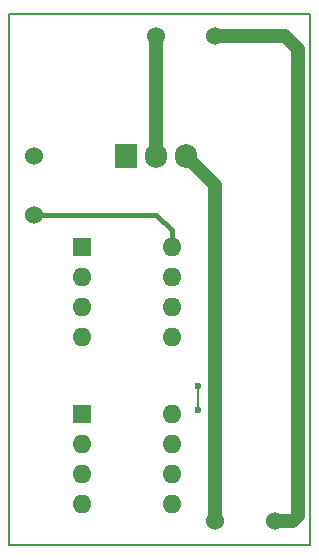
<source format=gbr>
%TF.GenerationSoftware,KiCad,Pcbnew,8.0.9*%
%TF.CreationDate,2025-03-06T03:58:24+03:00*%
%TF.ProjectId,dmx_led_controller,646d785f-6c65-4645-9f63-6f6e74726f6c,rev?*%
%TF.SameCoordinates,Original*%
%TF.FileFunction,Copper,L2,Bot*%
%TF.FilePolarity,Positive*%
%FSLAX46Y46*%
G04 Gerber Fmt 4.6, Leading zero omitted, Abs format (unit mm)*
G04 Created by KiCad (PCBNEW 8.0.9) date 2025-03-06 03:58:24*
%MOMM*%
%LPD*%
G01*
G04 APERTURE LIST*
%TA.AperFunction,Conductor*%
%ADD10C,0.200000*%
%TD*%
%TA.AperFunction,ComponentPad*%
%ADD11R,1.905000X2.000000*%
%TD*%
%TA.AperFunction,ComponentPad*%
%ADD12O,1.905000X2.000000*%
%TD*%
%TA.AperFunction,ComponentPad*%
%ADD13R,1.600000X1.600000*%
%TD*%
%TA.AperFunction,ComponentPad*%
%ADD14O,1.600000X1.600000*%
%TD*%
%TA.AperFunction,ComponentPad*%
%ADD15C,1.524000*%
%TD*%
%TA.AperFunction,ViaPad*%
%ADD16C,0.600000*%
%TD*%
%TA.AperFunction,Conductor*%
%ADD17C,1.200000*%
%TD*%
%TA.AperFunction,Conductor*%
%ADD18C,0.400000*%
%TD*%
G04 APERTURE END LIST*
%TO.N,Net-(LED_LINE1-Pad2)*%
D10*
X137500000Y-80231250D02*
X163000000Y-80231250D01*
X163000000Y-125231250D01*
X137500000Y-125231250D01*
X137500000Y-80231250D01*
%TD*%
D11*
%TO.P,Q1,1,G*%
%TO.N,Net-(Q1-G)*%
X147460000Y-92231250D03*
D12*
%TO.P,Q1,2,D*%
%TO.N,Net-(Q1-D)*%
X150000000Y-92231250D03*
%TO.P,Q1,3,S*%
%TO.N,Net-(Q1-S)*%
X152540000Y-92231250D03*
%TD*%
D13*
%TO.P,U1,1,~{RESET}/PB5*%
%TO.N,unconnected-(U1-~{RESET}{slash}PB5-Pad1)*%
X143700000Y-99931250D03*
D14*
%TO.P,U1,2,XTAL1/PB3*%
%TO.N,Net-(U1-XTAL1{slash}PB3)*%
X143700000Y-102471250D03*
%TO.P,U1,3,XTAL2/PB4*%
%TO.N,unconnected-(U1-XTAL2{slash}PB4-Pad3)*%
X143700000Y-105011250D03*
%TO.P,U1,4,GND*%
%TO.N,Net-(Q1-S)*%
X143700000Y-107551250D03*
%TO.P,U1,5,AREF/PB0*%
%TO.N,Net-(U1-AREF{slash}PB0)*%
X151320000Y-107551250D03*
%TO.P,U1,6,PB1*%
%TO.N,unconnected-(U1-PB1-Pad6)*%
X151320000Y-105011250D03*
%TO.P,U1,7,PB2*%
%TO.N,Net-(U1-PB2)*%
X151320000Y-102471250D03*
%TO.P,U1,8,VCC*%
%TO.N,Net-(U1-VCC)*%
X151320000Y-99931250D03*
%TD*%
D13*
%TO.P,U4,1*%
%TO.N,Net-(R4-Pad1)*%
X143700000Y-114111250D03*
D14*
%TO.P,U4,2,-*%
%TO.N,Net-(Q1-S)*%
X143700000Y-116651250D03*
%TO.P,U4,3,+*%
%TO.N,Net-(U2-VOUT)*%
X143700000Y-119191250D03*
%TO.P,U4,4*%
%TO.N,N/C*%
X143700000Y-121731250D03*
%TO.P,U4,5*%
X151320000Y-121731250D03*
%TO.P,U4,6*%
X151320000Y-119191250D03*
%TO.P,U4,7*%
X151320000Y-116651250D03*
%TO.P,U4,8*%
X151320000Y-114111250D03*
%TD*%
D15*
%TO.P,LED_LINE1,1,1*%
%TO.N,Net-(Q1-D)*%
X150000000Y-82131250D03*
%TO.P,LED_LINE1,2,2*%
%TO.N,Net-(LED_LINE1-Pad2)*%
X155000000Y-82131250D03*
%TD*%
%TO.P,VCC2,1,1*%
%TO.N,Net-(Q1-S)*%
X155000000Y-123131250D03*
%TO.P,VCC2,2,2*%
%TO.N,Net-(LED_LINE1-Pad2)*%
X160000000Y-123131250D03*
%TD*%
%TO.P,VCC1,1,1*%
%TO.N,Net-(Q1-S)*%
X139600000Y-92231250D03*
%TO.P,VCC1,2,2*%
%TO.N,Net-(U1-VCC)*%
X139600000Y-97231250D03*
%TD*%
D16*
%TO.N,Net-(Q1-S)*%
X153500000Y-113731250D03*
X153500000Y-111731250D03*
%TD*%
D17*
%TO.N,Net-(Q1-D)*%
X150000000Y-82131250D02*
X150000000Y-92231250D01*
%TO.N,Net-(LED_LINE1-Pad2)*%
X162000000Y-83231250D02*
X160900000Y-82131250D01*
X160000000Y-123131250D02*
X161600000Y-123131250D01*
X161600000Y-123131250D02*
X162000000Y-122731250D01*
X162000000Y-122731250D02*
X162000000Y-83231250D01*
X160900000Y-82131250D02*
X155000000Y-82131250D01*
%TO.N,Net-(Q1-S)*%
X155000000Y-123131250D02*
X155000000Y-94691250D01*
X155000000Y-94691250D02*
X152540000Y-92231250D01*
D10*
X153500000Y-113731250D02*
X153500000Y-111731250D01*
D18*
%TO.N,Net-(U1-VCC)*%
X151320000Y-99931250D02*
X151320000Y-98551250D01*
X151320000Y-98551250D02*
X150000000Y-97231250D01*
X150000000Y-97231250D02*
X139600000Y-97231250D01*
%TD*%
M02*

</source>
